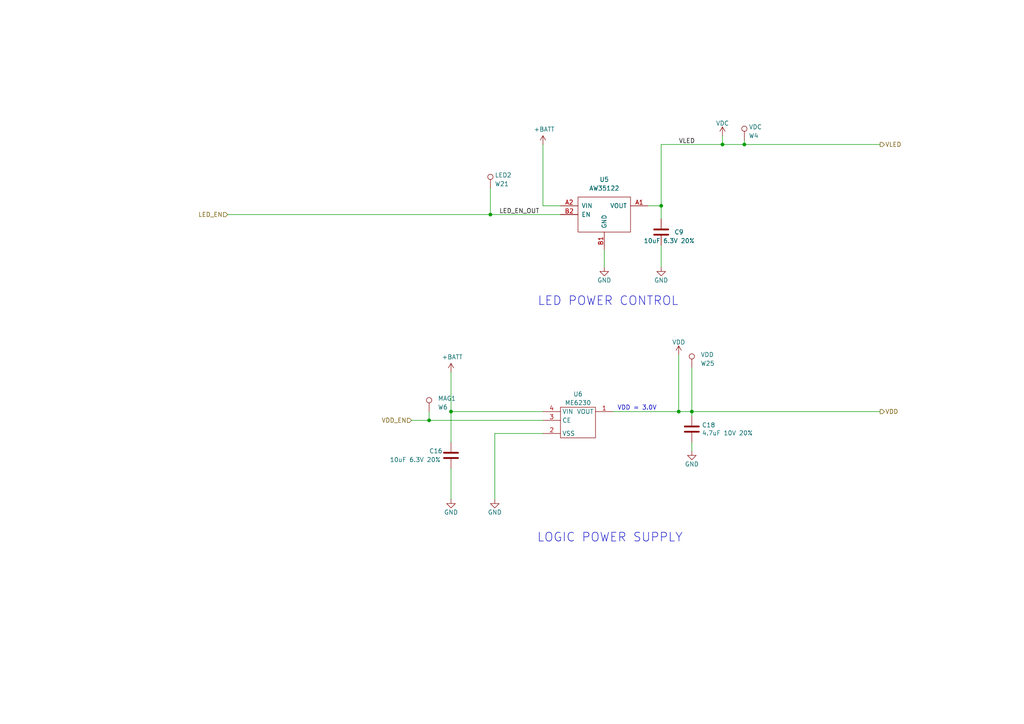
<source format=kicad_sch>
(kicad_sch (version 20250114) (generator "eeschema") (generator_version "9.0")
  (paper "A4")
  (title_block (title "Pixels D20 Schematic, Main") (date "2022-08-26") (rev "13") (company "Systemic Games, LLC") (comment 1 "Power Regulation"))
  (lib_symbols
    (symbol "Device:C" (pin_numbers (hide yes)) (pin_names (offset 0.254))
      (property "Reference" "C" (at 0.635 2.54 0))
      (property "Value" "C" (at 0.635 -2.54 0))
      (symbol "C_0_1"
        (polyline (pts (xy -2.032 0.762) (xy 2.032 0.762)) (stroke (width 0.508)))
        (polyline (pts (xy -2.032 -0.762) (xy 2.032 -0.762)) (stroke (width 0.508)))
      )
      (symbol "C_1_1"
        (pin passive line (at 0 3.81 270) (length 2.794) (name "~") (number "1"))
        (pin passive line (at 0 -3.81 90) (length 2.794) (name "~") (number "2"))
      )
    )
    (symbol "Pixels-dice:AW35122" (pin_names (offset 1.016))
      (property "Reference" "U" (at 6.35 -6.35 0))
      (property "Value" "AW35122" (at 0 6.35 0))
      (symbol "AW35122_0_1"
        (rectangle (start -7.62 5.08) (end 7.62 -5.08))
      )
      (symbol "AW35122_1_1"
        (pin power_in line (at -12.7 2.54 0) (length 5.08) (name "VIN") (number "A2"))
        (pin input line (at -12.7 0 0) (length 5.08) (name "EN") (number "B2"))
        (pin power_in line (at 0 -10.16 90) (length 5.08) (name "GND") (number "B1"))
        (pin power_out line (at 12.7 2.54 180) (length 5.08) (name "VOUT") (number "A1"))
      )
    )
    (symbol "Pixels-dice:ME6230-FBP1*1-4"
      (property "Reference" "U" (at 1.778 -6.604 0))
      (symbol "ME6230-FBP1*1-4_0_1"
        (rectangle (start -5.08 3.81) (end 5.08 -5.08))
      )
      (symbol "ME6230-FBP1*1-4_1_1"
        (pin power_in line (at -10.16 2.54 0) (length 5.08) (name "VIN") (number "4"))
        (pin input line (at -10.16 0 0) (length 5.08) (name "CE") (number "3"))
        (pin power_in line (at -10.16 -3.81 0) (length 5.08) (name "VSS") (number "2"))
        (pin power_out line (at 10.16 2.54 180) (length 5.08) (name "VOUT") (number "1"))
      )
    )
    (symbol "Pixels-dice:TEST_1P-conn" (pin_numbers (hide yes)) (pin_names (offset 0.762) (hide yes))
      (property "Reference" "W" (at 0 6.858 0))
      (property "Value" "TEST_1P-conn" (at 0 5.08 0))
      (symbol "TEST_1P-conn_0_1"
        (circle (center 0 3.302) (radius 0.762))
      )
      (symbol "TEST_1P-conn_1_1"
        (pin passive line (at 0 0 90) (length 2.54) (name "1") (number "1"))
      )
    )
    (symbol "power:+BATT" (power) (pin_names (offset 0))
      (property "Value" "+BATT" (at 0 3.556 0))
      (symbol "+BATT_0_1"
        (polyline (pts (xy -0.762 1.27) (xy 0 2.54)))
        (polyline (pts (xy 0 2.54) (xy 0.762 1.27)))
        (polyline (pts (xy 0 0) (xy 0 2.54)))
      )
      (symbol "+BATT_1_1"
        (pin power_in line (at 0 0 90) (length 0) (hide yes) (name "+BATT") (number "1"))
      )
    )
    (symbol "power:GND" (power) (pin_names (offset 0))
      (property "Value" "GND" (at 0 -3.81 0))
      (symbol "GND_0_1"
        (polyline (pts (xy 0 0) (xy 0 -1.27) (xy 1.27 -1.27) (xy 0 -2.54) (xy -1.27 -1.27) (xy 0 -1.27)))
      )
      (symbol "GND_1_1"
        (pin power_in line (at 0 0 270) (length 0) (hide yes) (name "GND") (number "1"))
      )
    )
    (symbol "power:VDC" (power) (pin_names (offset 0))
      (property "Value" "VDC" (at 0 6.35 0))
      (symbol "VDC_0_1"
        (polyline (pts (xy -0.762 1.27) (xy 0 2.54)))
        (polyline (pts (xy 0 2.54) (xy 0.762 1.27)))
        (polyline (pts (xy 0 0) (xy 0 2.54)))
      )
      (symbol "VDC_1_1"
        (pin power_in line (at 0 0 90) (length 0) (hide yes) (name "VDC") (number "1"))
      )
    )
    (symbol "power:VDD" (power) (pin_names (offset 0))
      (property "Value" "VDD" (at 0 3.81 0))
      (symbol "VDD_0_1"
        (polyline (pts (xy -0.762 1.27) (xy 0 2.54)))
        (polyline (pts (xy 0 2.54) (xy 0.762 1.27)))
        (polyline (pts (xy 0 0) (xy 0 2.54)))
      )
      (symbol "VDD_1_1"
        (pin power_in line (at 0 0 90) (length 0) (hide yes) (name "VDD") (number "1"))
      )
    )
  )
  (text "LOGIC POWER SUPPLY" (at 198.12 157.48 0) (effects (font (size 2.54 2.54)) (justify right bottom)))
  (text "LED POWER CONTROL" (at 196.85 88.9 0) (effects (font (size 2.54 2.54)) (justify right bottom)))
  (text "VDD = 3.0V" (at 190.5 119.126 0) (effects (font (size 1.27 1.27)) (justify right bottom)))
  (junction (at 142.24 62.23))
  (junction (at 209.55 41.91))
  (junction (at 200.66 119.38))
  (junction (at 124.46 121.92))
  (junction (at 191.77 59.69))
  (junction (at 130.81 119.38))
  (junction (at 196.85 119.38))
  (junction (at 215.9 41.91))
  (wire (pts (xy 200.66 119.38) (xy 200.66 120.65)))
  (wire (pts (xy 215.9 41.91) (xy 209.55 41.91)))
  (wire (pts (xy 119.38 121.92) (xy 124.46 121.92)))
  (wire (pts (xy 255.27 41.91) (xy 215.9 41.91)))
  (wire (pts (xy 175.26 72.39) (xy 175.26 77.47)))
  (wire (pts (xy 200.66 106.68) (xy 200.66 119.38)))
  (wire (pts (xy 66.04 62.23) (xy 142.24 62.23)))
  (wire (pts (xy 157.48 125.73) (xy 143.51 125.73)))
  (wire (pts (xy 196.85 102.87) (xy 196.85 119.38)))
  (wire (pts (xy 200.66 119.38) (xy 255.27 119.38)))
  (wire (pts (xy 191.77 63.5) (xy 191.77 59.69)))
  (wire (pts (xy 209.55 41.91) (xy 191.77 41.91)))
  (wire (pts (xy 162.56 59.69) (xy 157.48 59.69)))
  (wire (pts (xy 143.51 125.73) (xy 143.51 144.78)))
  (wire (pts (xy 130.81 107.95) (xy 130.81 119.38)))
  (wire (pts (xy 142.24 62.23) (xy 162.56 62.23)))
  (wire (pts (xy 209.55 39.37) (xy 209.55 41.91)))
  (wire (pts (xy 124.46 119.38) (xy 124.46 121.92)))
  (wire (pts (xy 196.85 119.38) (xy 200.66 119.38)))
  (wire (pts (xy 187.96 59.69) (xy 191.77 59.69)))
  (wire (pts (xy 157.48 41.91) (xy 157.48 59.69)))
  (wire (pts (xy 200.66 128.27) (xy 200.66 130.81)))
  (wire (pts (xy 142.24 54.61) (xy 142.24 62.23)))
  (wire (pts (xy 124.46 121.92) (xy 157.48 121.92)))
  (wire (pts (xy 191.77 41.91) (xy 191.77 59.69)))
  (wire (pts (xy 130.81 119.38) (xy 157.48 119.38)))
  (wire (pts (xy 191.77 71.12) (xy 191.77 77.47)))
  (wire (pts (xy 130.81 119.38) (xy 130.81 128.27)))
  (wire (pts (xy 130.81 135.89) (xy 130.81 144.78)))
  (wire (pts (xy 215.9 40.64) (xy 215.9 41.91)))
  (wire (pts (xy 177.8 119.38) (xy 196.85 119.38)))
  (label "VLED" (at 196.85 41.91 0))
  (label "LED_EN_OUT" (at 144.78 62.23 0))
  (hierarchical_label "LED_EN" (shape input) (at 66.04 62.23 180))
  (hierarchical_label "VDD" (shape output) (at 255.27 119.38 0))
  (hierarchical_label "VDD_EN" (shape input) (at 119.38 121.92 180))
  (hierarchical_label "VLED" (shape output) (at 255.27 41.91 0))
  (symbol (lib_id "Pixels-dice:TEST_1P-conn") (at 142.24 54.61 0) (unit 1) (in_bom no)
    (property "Reference" "W21" (at 143.51 53.34 0) (effects (justify left)))
    (property "Value" "LED2" (at 143.51 50.8 0) (effects (justify left)))
    (property "Footprint" "Pixels-dice:TEST_PIN" (effects (hide yes)))
    (property "Generic OK" "N/A" (effects (hide yes)))
  )
  (symbol (lib_id "power:+BATT") (at 157.48 41.91 0) (unit 1)
    (property "Reference" "#PWR033" (effects (hide yes)))
    (property "Value" "+BATT" (at 157.861 37.5158 0))
  )
  (symbol (lib_id "Device:C") (at 200.66 124.46 0) (unit 1)
    (property "Reference" "C18" (at 203.581 123.2916 0) (effects (justify left)))
    (property "Value" "4.7uF 10V 20%" (at 203.581 125.603 0) (effects (justify left)))
    (property "Footprint" "Pixels-dice:C_0402_1005Metric" (effects (hide yes)))
    (property "Generic OK" "YES" (effects (hide yes)))
    (property "Manufacturer" "Murata" (effects (hide yes)))
    (property "Part Number" "GRM155R61A475MEAAJ" (effects (hide yes)))
    (property "Alternate Manufacturer" "Samsung Electro-Mechanics" (effects (hide yes)))
    (property "Alternate PN" "CL05A475MP5NRNC" (effects (hide yes)))
    (property "Alternate LCSC Part #" "C23733" (effects (hide yes)))
    (property "LCSC Part #" "C1849652" (effects (hide yes)))
  )
  (symbol (lib_id "power:GND") (at 200.66 130.81 0) (unit 1)
    (property "Reference" "#PWR028" (effects (hide yes)))
    (property "Value" "GND" (at 200.66 134.62 0))
  )
  (symbol (lib_id "power:GND") (at 130.81 144.78 0) (unit 1)
    (property "Reference" "#PWR029" (effects (hide yes)))
    (property "Value" "GND" (at 130.81 148.59 0))
  )
  (symbol (lib_id "power:GND") (at 175.26 77.47 0) (unit 1)
    (property "Reference" "#PWR038" (effects (hide yes)))
    (property "Value" "GND" (at 175.26 81.28 0))
  )
  (symbol (lib_id "Device:C") (at 130.81 132.08 0) (unit 1)
    (property "Reference" "C16" (at 124.46 130.81 0) (effects (justify left)))
    (property "Value" "10uF 6.3V 20%" (at 113.03 133.35 0) (effects (justify left)))
    (property "Footprint" "Pixels-dice:C_0402_1005Metric" (effects (hide yes)))
    (property "Generic OK" "YES" (effects (hide yes)))
    (property "Manufacturer" "HRE" (effects (hide yes)))
    (property "Part Number" "CGA0402X5R106M6R3GT" (effects (hide yes)))
    (property "LCSC Part #" "C23692971" (effects (hide yes)))
  )
  (symbol (lib_id "power:+BATT") (at 130.81 107.95 0) (unit 1)
    (property "Reference" "#PWR025" (effects (hide yes)))
    (property "Value" "+BATT" (at 131.191 103.5558 0))
  )
  (symbol (lib_id "Pixels-dice:TEST_1P-conn") (at 200.66 106.68 0) (unit 1) (in_bom no)
    (property "Reference" "W25" (at 203.2 105.41 0) (effects (justify left)))
    (property "Value" "VDD" (at 203.2 102.87 0) (effects (justify left)))
    (property "Footprint" "Pixels-dice:TEST_PIN" (effects (hide yes)))
    (property "Generic OK" "N/A" (effects (hide yes)))
  )
  (symbol (lib_id "Device:C") (at 191.77 67.31 0) (unit 1)
    (property "Reference" "C9" (at 195.58 67.31 0) (effects (justify left)))
    (property "Value" "10uF 6.3V 20%" (at 186.69 69.85 0) (effects (justify left)))
    (property "Footprint" "Pixels-dice:C_0402_1005Metric" (effects (hide yes)))
    (property "Generic OK" "YES" (effects (hide yes)))
    (property "Manufacturer" "HRE" (effects (hide yes)))
    (property "Part Number" "CGA0402X5R106M6R3GT" (effects (hide yes)))
    (property "LCSC Part #" "C23692971" (effects (hide yes)))
  )
  (symbol (lib_id "power:GND") (at 191.77 77.47 0) (unit 1)
    (property "Reference" "#PWR0142" (effects (hide yes)))
    (property "Value" "GND" (at 191.77 81.28 0))
  )
  (symbol (lib_id "power:VDC") (at 209.55 39.37 0) (unit 1)
    (property "Reference" "#PWR026" (effects (hide yes)))
    (property "Value" "VDC" (at 209.55 35.7655 0))
  )
  (symbol (lib_id "Pixels-dice:TEST_1P-conn") (at 124.46 119.38 0) (unit 1) (in_bom no)
    (property "Reference" "W6" (at 127 118.11 0) (effects (justify left)))
    (property "Value" "MAG1" (at 127 115.57 0) (effects (justify left)))
    (property "Footprint" "Pixels-dice:TEST_PIN" (effects (hide yes)))
    (property "Generic OK" "N/A" (effects (hide yes)))
  )
  (symbol (lib_id "power:GND") (at 143.51 144.78 0) (unit 1)
    (property "Reference" "#PWR031" (effects (hide yes)))
    (property "Value" "GND" (at 143.51 148.59 0))
  )
  (symbol (lib_id "Pixels-dice:ME6230-FBP1*1-4") (at 167.64 121.92 0) (unit 1)
    (property "Reference" "U6" (at 167.64 114.3 0))
    (property "Value" "ME6230" (at 167.64 116.84 0))
    (property "Footprint" "Pixels-dice:FPB1_1-4" (effects (hide yes)))
    (property "Manufacturer" "MICRONE(Nanjing Micro One Elec)" (effects (hide yes)))
    (property "Part Number" "ME6230C30U4AG" (effects (hide yes)))
    (property "Alternate Manufacturer" "ChipLink Tech" (effects (hide yes)))
    (property "Alternate PN" "CL9906A30F4N" (effects (hide yes)))
    (property "Alternate LCSC Part #" "C5297658" (effects (hide yes)))
    (property "LCSC Part #" "C2925772" (effects (hide yes)))
  )
  (symbol (lib_id "Pixels-dice:TEST_1P-conn") (at 215.9 40.64 0) (unit 1) (in_bom no)
    (property "Reference" "W4" (at 217.17 39.37 0) (effects (justify left)))
    (property "Value" "VDC" (at 217.17 36.83 0) (effects (justify left)))
    (property "Footprint" "Pixels-dice:TEST_PIN" (effects (hide yes)))
    (property "Generic OK" "N/A" (effects (hide yes)))
  )
  (symbol (lib_id "power:VDD") (at 196.85 102.87 0) (unit 1)
    (property "Reference" "#PWR027" (effects (hide yes)))
    (property "Value" "VDD" (at 196.85 99.2655 0))
  )
  (symbol (lib_id "Pixels-dice:AW35122") (at 175.26 62.23 0) (unit 1)
    (property "Reference" "U5" (at 175.26 52.07 0))
    (property "Value" "AW35122" (at 175.26 54.61 0))
    (property "Footprint" "Pixels-dice:AW35122" (effects (hide yes)))
    (property "Manufacturer" "AWINIC(Shanghai Awinic Tech)" (effects (hide yes)))
    (property "Part Number" "AW35122FDR" (effects (hide yes)))
    (property "LCSC Part #" "C5125911" (effects (hide yes)))
  )
)
</source>
